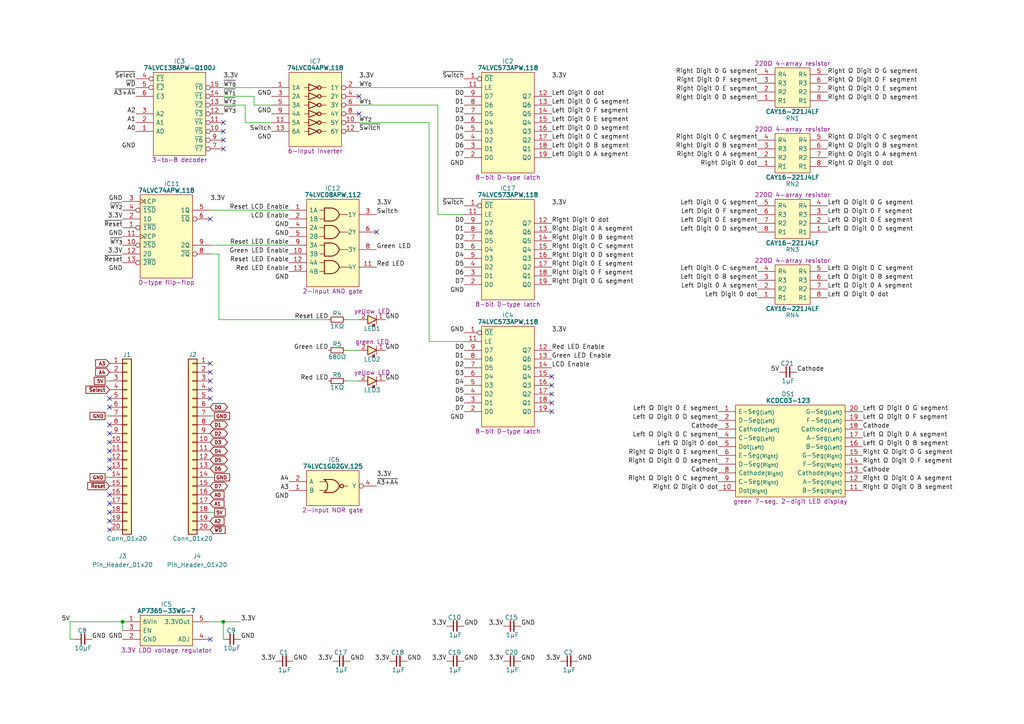
<source format=kicad_sch>
(kicad_sch (version 20250114) (generator "eeschema") (generator_version "9.0")
  (paper "A4")
  (title_block (title "Status Device") (date "2025-01-09") (rev "V0"))
  (lib_symbols
    (symbol "Bourns:CAY16-221J4LF" (pin_names (offset 0.762))
      (property "Reference" "RN" (at 10.16 5.08 0))
      (property "Value" "CAY16-221J4LF" (at 10.16 3.175 0))
      (property "Description" "220Ω 4-array resistor" (at 10.16 -10.795 0))
      (symbol "CAY16-221J4LF_0_0"
        (pin passive line (at 0 0 0) (length 5.08) (name "R1") (number "1"))
        (pin passive line (at 0 -2.54 0) (length 5.08) (name "R2") (number "2"))
        (pin passive line (at 0 -5.08 0) (length 5.08) (name "R3") (number "3"))
        (pin passive line (at 0 -7.62 0) (length 5.08) (name "R4") (number "4"))
        (pin passive line (at 20.32 0 180) (length 5.08) (name "R1") (number "8"))
        (pin passive line (at 20.32 -2.54 180) (length 5.08) (name "R2") (number "7"))
        (pin passive line (at 20.32 -5.08 180) (length 5.08) (name "R3") (number "6"))
        (pin passive line (at 20.32 -7.62 180) (length 5.08) (name "R4") (number "5"))
      )
    )
    (symbol "Connector_Generic:Conn_01x20" (pin_names (offset 1.016) (hide yes))
      (property "Reference" "J" (at 0 25.4 0))
      (property "Value" "Conn_01x20" (at 0 -27.94 0))
      (symbol "Conn_01x20_1_1"
        (pin passive line (at -5.08 22.86 0) (length 3.81) (name "Pin_1") (number "1"))
        (pin passive line (at -5.08 20.32 0) (length 3.81) (name "Pin_2") (number "2"))
        (pin passive line (at -5.08 17.78 0) (length 3.81) (name "Pin_3") (number "3"))
        (pin passive line (at -5.08 15.24 0) (length 3.81) (name "Pin_4") (number "4"))
        (pin passive line (at -5.08 12.7 0) (length 3.81) (name "Pin_5") (number "5"))
        (pin passive line (at -5.08 10.16 0) (length 3.81) (name "Pin_6") (number "6"))
        (pin passive line (at -5.08 7.62 0) (length 3.81) (name "Pin_7") (number "7"))
        (pin passive line (at -5.08 5.08 0) (length 3.81) (name "Pin_8") (number "8"))
        (pin passive line (at -5.08 2.54 0) (length 3.81) (name "Pin_9") (number "9"))
        (pin passive line (at -5.08 0 0) (length 3.81) (name "Pin_10") (number "10"))
        (pin passive line (at -5.08 -2.54 0) (length 3.81) (name "Pin_11") (number "11"))
        (pin passive line (at -5.08 -5.08 0) (length 3.81) (name "Pin_12") (number "12"))
        (pin passive line (at -5.08 -7.62 0) (length 3.81) (name "Pin_13") (number "13"))
        (pin passive line (at -5.08 -10.16 0) (length 3.81) (name "Pin_14") (number "14"))
        (pin passive line (at -5.08 -12.7 0) (length 3.81) (name "Pin_15") (number "15"))
        (pin passive line (at -5.08 -15.24 0) (length 3.81) (name "Pin_16") (number "16"))
        (pin passive line (at -5.08 -17.78 0) (length 3.81) (name "Pin_17") (number "17"))
        (pin passive line (at -5.08 -20.32 0) (length 3.81) (name "Pin_18") (number "18"))
        (pin passive line (at -5.08 -22.86 0) (length 3.81) (name "Pin_19") (number "19"))
        (pin passive line (at -5.08 -25.4 0) (length 3.81) (name "Pin_20") (number "20"))
      )
    )
    (symbol "Diodes_Inc:AP7365-33WG-7" (pin_names (offset 0.762))
      (property "Reference" "IC" (at 12.7 5.08 0))
      (property "Value" "AP7365-33WG-7" (at 12.7 3.175 0))
      (property "Description" "3.3V LDO voltage regulator" (at 12.7 -8.255 0))
      (symbol "AP7365-33WG-7_0_0"
        (pin input line (at 0 -2.54 0) (length 5.08) (name "EN") (number "3"))
        (pin passive line (at 0 -5.08 0) (length 5.08) (name "GND") (number "2"))
        (pin passive line (at 25.4 -5.08 180) (length 5.08) (name "ADJ") (number "4"))
      )
      (symbol "AP7365-33WG-7_1_0"
        (pin passive line (at 0 0 0) (length 5.08) (name "6VIn") (number "1"))
        (pin passive line (at 25.4 0 180) (length 5.08) (name "3.3VOut") (number "5"))
      )
    )
    (symbol "HCP65:C_0805" (pin_numbers (hide yes)) (pin_names (offset 0.254) (hide yes))
      (property "Reference" "C" (at 2.286 2.54 0))
      (property "Value" "?μF" (at 2.54 -2.54 0))
      (symbol "C_0805_1_1"
        (pin passive line (at 0 0 0) (length 2.032) (name "~") (number "1"))
        (pin passive line (at 5.08 0 180) (length 2.032) (name "~") (number "2"))
      )
    )
    (symbol "HCP65:Pin_Header_01x32" (pin_names (offset 1.016) (hide yes))
      (property "Reference" "J" (at 0 1.27 0))
      (property "Value" "Pin_Header_01x32" (at 0 -1.27 0))
    )
    (symbol "HCP65:R_0805" (pin_numbers (hide yes)) (pin_names (hide yes))
      (property "Reference" "R" (at 2.54 1.778 0))
      (property "Value" "?Ω" (at 2.54 -1.905 0))
      (symbol "R_0805_1_1"
        (pin passive line (at 0 0 0) (length 0.72) (name "~") (number "1"))
        (pin passive line (at 5.08 0 180) (length 0.72) (name "~") (number "2"))
      )
    )
    (symbol "Kingbright:KCDC03-123" (pin_names (offset 0.762))
      (property "Reference" "DS" (at 20.32 5.08 0))
      (property "Value" "KCDC03-123" (at 20.32 3.175 0))
      (property "Description" "green 7-seg, 2-digit LED display" (at 20.955 -26.035 0))
      (symbol "KCDC03-123_0_0"
        (pin input line (at 0 0 0) (length 5.08) (name "E-Seg_{(Left)}") (number "1"))
        (pin input line (at 0 -2.54 0) (length 5.08) (name "D-Seg_{(Left)}") (number "2"))
        (pin passive line (at 0 -5.08 0) (length 5.08) (name "Cathode_{(Left)}") (number "3"))
        (pin input line (at 0 -7.62 0) (length 5.08) (name "C-Seg_{(Left)}") (number "4"))
        (pin input line (at 0 -10.16 0) (length 5.08) (name "Dot_{(Left)}") (number "5"))
        (pin input line (at 0 -12.7 0) (length 5.08) (name "E-Seg_{(Right)}") (number "6"))
        (pin input line (at 0 -15.24 0) (length 5.08) (name "D-Seg_{(Right)}") (number "7"))
        (pin passive line (at 0 -17.78 0) (length 5.08) (name "Cathode_{(Right)}") (number "8"))
        (pin input line (at 0 -20.32 0) (length 5.08) (name "C-Seg_{(Right)}") (number "9"))
        (pin input line (at 0 -22.86 0) (length 5.08) (name "Dot_{(Right)}") (number "10"))
        (pin input line (at 41.91 0 180) (length 5.08) (name "G-Seg_{(Left)}") (number "20"))
        (pin input line (at 41.91 -2.54 180) (length 5.08) (name "F-Seg_{(Left)}") (number "19"))
        (pin passive line (at 41.91 -5.08 180) (length 5.08) (name "Cathode_{(Left)}") (number "18"))
        (pin input line (at 41.91 -7.62 180) (length 5.08) (name "A-Seg_{(Left)}") (number "17"))
        (pin input line (at 41.91 -10.16 180) (length 5.08) (name "B-Seg_{(Left)}") (number "16"))
        (pin input line (at 41.91 -12.7 180) (length 5.08) (name "G-Seg_{(Right)}") (number "15"))
        (pin input line (at 41.91 -15.24 180) (length 5.08) (name "F-Seg_{(Right)}") (number "14"))
        (pin passive line (at 41.91 -17.78 180) (length 5.08) (name "Cathode_{(Right)}") (number "13"))
        (pin input line (at 41.91 -20.32 180) (length 5.08) (name "A-Seg_{(Right)}") (number "12"))
        (pin input line (at 41.91 -22.86 180) (length 5.08) (name "B-Seg_{(Right)}") (number "11"))
      )
    )
    (symbol "Nexperia:74LVC04APW,118" (pin_names (offset 0.762))
      (property "Reference" "IC" (at 12.7 7.62 0))
      (property "Value" "74LVC04APW,118" (at 12.7 5.715 0))
      (property "Description" "6-input inverter" (at 12.7 -18.415 0))
      (symbol "74LVC04APW,118_0_0"
        (pin input line (at 0 0 0) (length 5.08) (name "1A") (number "1"))
        (pin input line (at 0 -2.54 0) (length 5.08) (name "2A") (number "3"))
        (pin input line (at 0 -5.08 0) (length 5.08) (name "3A") (number "5"))
        (pin input line (at 0 -7.62 0) (length 5.08) (name "4A") (number "9"))
        (pin input line (at 0 -10.16 0) (length 5.08) (name "5A") (number "11"))
        (pin input line (at 0 -12.7 0) (length 5.08) (name "6A") (number "13"))
        (pin passive line (at 0 -15.24 0) (length 5.08) (hide yes) (name "GND") (number "7"))
        (pin passive line (at 25.4 2.54 180) (length 5.08) (hide yes) (name "3V") (number "14"))
        (pin output inverted (at 25.4 0 180) (length 5.08) (name "1Y") (number "2"))
        (pin output inverted (at 25.4 -2.54 180) (length 5.08) (name "2Y") (number "4"))
        (pin output inverted (at 25.4 -5.08 180) (length 5.08) (name "3Y") (number "6"))
        (pin output inverted (at 25.4 -7.62 180) (length 5.08) (name "4Y") (number "8"))
        (pin output inverted (at 25.4 -10.16 180) (length 5.08) (name "5Y") (number "10"))
        (pin output inverted (at 25.4 -12.7 180) (length 5.08) (name "6Y") (number "12"))
      )
    )
    (symbol "Nexperia:74LVC08APW,112" (pin_names (offset 0.762))
      (property "Reference" "IC" (at 12.7 6.35 0))
      (property "Value" "74LVC08APW,112" (at 12.7 4.445 0))
      (property "Description" "2-input AND gate" (at 12.7 -23.495 0))
      (symbol "74LVC08APW,112_0_0"
        (pin input line (at 0 0 0) (length 5.08) (name "1A") (number "1"))
        (pin input line (at 0 -2.54 0) (length 5.08) (name "1B") (number "2"))
        (pin input line (at 0 -5.08 0) (length 5.08) (name "2A") (number "4"))
        (pin input line (at 0 -7.62 0) (length 5.08) (name "2B") (number "5"))
        (pin input line (at 0 -10.16 0) (length 5.08) (name "3A") (number "9"))
        (pin input line (at 0 -12.7 0) (length 5.08) (name "3B") (number "10"))
        (pin input line (at 0 -15.24 0) (length 5.08) (name "4A") (number "12"))
        (pin input line (at 0 -17.78 0) (length 5.08) (name "4B") (number "13"))
        (pin passive line (at 0 -20.32 0) (length 5.08) (hide yes) (name "GND") (number "7"))
        (pin passive line (at 25.4 1.27 180) (length 5.08) (hide yes) (name "3V") (number "14"))
        (pin passive line (at 25.4 -1.27 180) (length 5.08) (name "1Y") (number "3"))
        (pin output line (at 25.4 -6.35 180) (length 5.08) (name "2Y") (number "6"))
        (pin output line (at 25.4 -11.43 180) (length 5.08) (name "3Y") (number "8"))
        (pin output line (at 25.4 -16.51 180) (length 5.08) (name "4Y") (number "11"))
      )
    )
    (symbol "Nexperia:74LVC138APW-Q100J" (pin_names (offset 0.762))
      (property "Reference" "IC" (at 12.7 3.175 0))
      (property "Value" "74LVC138APW-Q100J" (at 12.7 1.27 0))
      (property "Description" "3-to-8 decoder" (at 12.7 -25.4 0))
      (symbol "74LVC138APW-Q100J_0_0"
        (pin input line (at 0 -6.985 0) (length 5.08) (name "E3") (number "6"))
        (pin input line (at 0 -12.065 0) (length 5.08) (name "A2") (number "3"))
        (pin input line (at 0 -14.605 0) (length 5.08) (name "A1") (number "2"))
        (pin input line (at 0 -17.145 0) (length 5.08) (name "A0") (number "1"))
        (pin passive line (at 0 -22.225 0) (length 5.08) (hide yes) (name "GND") (number "8"))
        (pin passive line (at 25.4 -1.905 180) (length 5.08) (hide yes) (name "3V") (number "16"))
        (pin output inverted (at 25.4 -4.445 180) (length 5.08) (name "~{Y0}") (number "15"))
        (pin output inverted (at 25.4 -6.985 180) (length 5.08) (name "~{Y1}") (number "14"))
        (pin output inverted (at 25.4 -9.525 180) (length 5.08) (name "~{Y2}") (number "13"))
        (pin output inverted (at 25.4 -12.065 180) (length 5.08) (name "~{Y3}") (number "12"))
        (pin output inverted (at 25.4 -14.605 180) (length 5.08) (name "~{Y4}") (number "11"))
        (pin output inverted (at 25.4 -17.145 180) (length 5.08) (name "~{Y5}") (number "10"))
        (pin output inverted (at 25.4 -19.685 180) (length 5.08) (name "~{Y6}") (number "9"))
        (pin output inverted (at 25.4 -22.225 180) (length 5.08) (name "~{Y7}") (number "7"))
      )
      (symbol "74LVC138APW-Q100J_1_0"
        (pin input inverted (at 0 -1.905 0) (length 5.08) (name "~{E1}") (number "4"))
        (pin input inverted (at 0 -4.445 0) (length 5.08) (name "~{E2}") (number "5"))
      )
    )
    (symbol "Nexperia:74LVC1G02GV,125" (pin_names (offset 0.762))
      (property "Reference" "IC" (at 11.43 6.35 0))
      (property "Value" "74LVC1G02GV,125" (at 3.81 4.445 0))
      (property "Description" "2-input NOR gate" (at 3.81 -8.255 0))
      (symbol "74LVC1G02GV,125_0_0"
        (pin input line (at 0 0 0) (length 5.08) (name "A") (number "2"))
        (pin input line (at 0 -2.54 0) (length 5.08) (name "B") (number "1"))
        (pin passive line (at 0 -5.08 0) (length 5.08) (hide yes) (name "GND") (number "3"))
        (pin passive line (at 25.4 1.27 180) (length 5.08) (hide yes) (name "3V") (number "5"))
        (pin output inverted (at 25.4 -1.27 180) (length 5.08) (name "Y") (number "4"))
      )
    )
    (symbol "Nexperia:74LVC573APW,118" (pin_names (offset 0.762))
      (property "Reference" "IC" (at 12.7 5.08 0))
      (property "Value" "74LVC573APW,118" (at 12.7 3.175 0))
      (property "Description" "8-bit D-type latch" (at 12.7 -28.575 0))
      (symbol "74LVC573APW,118_0_0"
        (pin input inverted (at 0 0 0) (length 5.08) (name "~{OE}") (number "1"))
        (pin input line (at 0 -2.54 0) (length 5.08) (name "LE") (number "11"))
        (pin input line (at 0 -5.08 0) (length 5.08) (name "D7") (number "9"))
        (pin input line (at 0 -7.62 0) (length 5.08) (name "D6") (number "8"))
        (pin input line (at 0 -10.16 0) (length 5.08) (name "D5") (number "7"))
        (pin input line (at 0 -12.7 0) (length 5.08) (name "D4") (number "6"))
        (pin input line (at 0 -15.24 0) (length 5.08) (name "D3") (number "5"))
        (pin input line (at 0 -17.78 0) (length 5.08) (name "D2") (number "4"))
        (pin input line (at 0 -20.32 0) (length 5.08) (name "D1") (number "3"))
        (pin input line (at 0 -22.86 0) (length 5.08) (name "D0") (number "2"))
        (pin passive line (at 0 -25.4 0) (length 5.08) (hide yes) (name "GND") (number "10"))
        (pin passive line (at 25.4 0 180) (length 5.08) (hide yes) (name "3V") (number "20"))
        (pin tri_state line (at 25.4 -5.08 180) (length 5.08) (name "Q7") (number "12"))
        (pin tri_state line (at 25.4 -7.62 180) (length 5.08) (name "Q6") (number "13"))
        (pin tri_state line (at 25.4 -10.16 180) (length 5.08) (name "Q5") (number "14"))
        (pin tri_state line (at 25.4 -12.7 180) (length 5.08) (name "Q4") (number "15"))
        (pin tri_state line (at 25.4 -15.24 180) (length 5.08) (name "Q3") (number "16"))
        (pin tri_state line (at 25.4 -17.78 180) (length 5.08) (name "Q2") (number "17"))
        (pin tri_state line (at 25.4 -20.32 180) (length 5.08) (name "Q1") (number "18"))
        (pin tri_state line (at 25.4 -22.86 180) (length 5.08) (name "Q0") (number "19"))
      )
    )
    (symbol "Nexperia:74LVC74APW,118" (pin_names (offset 0.762))
      (property "Reference" "IC" (at 12.065 5.08 0))
      (property "Value" "74LVC74APW,118" (at 12.7 3.175 0))
      (property "Description" "D-type flip-flop" (at 12.7 -23.495 0))
      (symbol "74LVC74APW,118_0_0"
        (pin input clock (at 0 0 0) (length 5.08) (name "1CP") (number "3"))
        (pin input inverted (at 0 -2.54 0) (length 5.08) (name "~{1SD}") (number "4"))
        (pin input line (at 0 -5.08 0) (length 5.08) (name "1D") (number "2"))
        (pin input inverted (at 0 -7.62 0) (length 5.08) (name "~{1RD}") (number "1"))
        (pin input clock (at 0 -10.16 0) (length 5.08) (name "2CP") (number "11"))
        (pin input inverted (at 0 -12.7 0) (length 5.08) (name "~{2SD}") (number "10"))
        (pin input line (at 0 -15.24 0) (length 5.08) (name "2D") (number "12"))
        (pin input inverted (at 0 -17.78 0) (length 5.08) (name "~{2RD}") (number "13"))
        (pin passive line (at 0 -20.32 0) (length 5.08) (hide yes) (name "GND") (number "7"))
        (pin passive line (at 25.4 0 180) (length 5.08) (hide yes) (name "3V") (number "14"))
        (pin output line (at 25.4 -2.54 180) (length 5.08) (name "1Q") (number "5"))
        (pin output inverted (at 25.4 -5.08 180) (length 5.08) (name "~{1Q}") (number "6"))
        (pin output line (at 25.4 -12.7 180) (length 5.08) (name "2Q") (number "9"))
        (pin output inverted (at 25.4 -15.24 180) (length 5.08) (name "~{2Q}") (number "8"))
      )
    )
    (symbol "Wurth_Elektronik:150224VS73100A" (pin_names (offset 0.762))
      (property "Reference" "LED" (at 0 1.905 0))
      (property "Description" "green LED" (at 0 -3.175 0))
      (symbol "150224VS73100A_0_0"
        (pin passive line (at -3.81 0 0) (length 2.54) (name "") (number "1"))
        (pin passive line (at 3.81 0 180) (length 2.54) (name "~") (number "2"))
      )
    )
    (symbol "Wurth_Elektronik:150224YS73100A" (pin_names (offset 0.762))
      (property "Reference" "LED" (at 0 1.905 0))
      (property "Description" "yellow LED" (at 0 -3.175 0))
      (symbol "150224YS73100A_0_0"
        (pin passive line (at -3.81 0 0) (length 2.54) (name "~") (number "1"))
        (pin passive line (at 3.81 0 180) (length 2.54) (name "~") (number "2"))
      )
    )
  )
  (junction (at 35.56 180.34))
  (junction (at 64.77 180.34))
  (no_connect (at 31.75 115.57))
  (no_connect (at 31.75 143.51))
  (no_connect (at 64.77 40.64))
  (no_connect (at 31.75 146.05))
  (no_connect (at 60.96 105.41))
  (no_connect (at 160.02 109.22))
  (no_connect (at 60.96 185.42))
  (no_connect (at 60.96 113.03))
  (no_connect (at 104.14 33.02))
  (no_connect (at 64.77 35.56))
  (no_connect (at 31.75 151.13))
  (no_connect (at 109.22 67.31))
  (no_connect (at 31.75 135.89))
  (no_connect (at 31.75 133.35))
  (no_connect (at 31.75 118.11))
  (no_connect (at 31.75 128.27))
  (no_connect (at 160.02 114.3))
  (no_connect (at 160.02 111.76))
  (no_connect (at 31.75 123.19))
  (no_connect (at 31.75 125.73))
  (no_connect (at 60.96 63.5))
  (no_connect (at 60.96 110.49))
  (no_connect (at 60.96 115.57))
  (no_connect (at 60.96 107.95))
  (no_connect (at 31.75 153.67))
  (no_connect (at 160.02 116.84))
  (no_connect (at 31.75 148.59))
  (no_connect (at 31.75 130.81))
  (no_connect (at 160.02 119.38))
  (no_connect (at 64.77 38.1))
  (no_connect (at 64.77 43.18))
  (no_connect (at 104.14 27.94))
  (wire (pts (xy 30.48 110.49) (xy 31.75 110.49)))
  (wire (pts (xy 100.33 92.71) (xy 104.14 92.71)))
  (wire (pts (xy 73.66 27.94) (xy 73.66 30.48)))
  (wire (pts (xy 100.33 101.6) (xy 104.14 101.6)))
  (wire (pts (xy 127 62.23) (xy 134.62 62.23)))
  (wire (pts (xy 63.5 73.66) (xy 63.5 92.71)))
  (wire (pts (xy 64.77 30.48) (xy 71.12 30.48)))
  (wire (pts (xy 64.77 185.42) (xy 64.77 180.34)))
  (wire (pts (xy 100.33 110.49) (xy 104.14 110.49)))
  (wire (pts (xy 64.77 27.94) (xy 73.66 27.94)))
  (wire (pts (xy 104.14 35.56) (xy 124.46 35.56)))
  (wire (pts (xy 20.32 180.34) (xy 35.56 180.34)))
  (wire (pts (xy 30.48 120.65) (xy 31.75 120.65)))
  (wire (pts (xy 60.96 73.66) (xy 63.5 73.66)))
  (wire (pts (xy 35.56 180.34) (xy 35.56 182.88)))
  (wire (pts (xy 64.77 25.4) (xy 78.74 25.4)))
  (wire (pts (xy 71.12 35.56) (xy 78.74 35.56)))
  (wire (pts (xy 104.14 25.4) (xy 134.62 25.4)))
  (wire (pts (xy 60.96 71.12) (xy 83.82 71.12)))
  (wire (pts (xy 60.96 180.34) (xy 64.77 180.34)))
  (wire (pts (xy 60.96 120.65) (xy 62.23 120.65)))
  (wire (pts (xy 20.32 180.34) (xy 20.32 185.42)))
  (wire (pts (xy 71.12 30.48) (xy 71.12 35.56)))
  (wire (pts (xy 124.46 99.06) (xy 134.62 99.06)))
  (wire (pts (xy 60.96 60.96) (xy 83.82 60.96)))
  (wire (pts (xy 124.46 35.56) (xy 124.46 99.06)))
  (wire (pts (xy 104.14 30.48) (xy 127 30.48)))
  (wire (pts (xy 62.23 148.59) (xy 60.96 148.59)))
  (wire (pts (xy 63.5 92.71) (xy 95.25 92.71)))
  (wire (pts (xy 30.48 138.43) (xy 31.75 138.43)))
  (wire (pts (xy 73.66 30.48) (xy 78.74 30.48)))
  (wire (pts (xy 20.32 185.42) (xy 21.59 185.42)))
  (wire (pts (xy 60.96 138.43) (xy 62.23 138.43)))
  (wire (pts (xy 127 30.48) (xy 127 62.23)))
  (wire (pts (xy 64.77 180.34) (xy 69.85 180.34)))
  (label "Right Digit 0 D segment" (at 160.02 74.93 0))
  (label "Left Digit 0 B segment" (at 219.71 81.28 180))
  (label "WY_{0}" (at 104.14 25.4 0))
  (label "D5" (at 134.62 114.3 180))
  (label "GND" (at 39.37 43.18 180))
  (label "Left Ω Digit 0 dot" (at 240.03 86.36 0))
  (label "3.3V" (at 162.56 191.77 180))
  (label "GND" (at 118.11 191.77 0))
  (label "Right Digit 0 F segment" (at 219.71 24.13 180))
  (label "A0" (at 39.37 38.1 180))
  (label "Right Ω Digit 0 dot" (at 208.28 142.24 180))
  (label "Green LED" (at 109.22 72.39 0))
  (label "Left Digit 0 dot" (at 160.02 27.94 0))
  (label "Left Ω Digit 0 C segment" (at 240.03 78.74 0))
  (label "Green LED Enable" (at 83.82 73.66 180))
  (label "Cathode" (at 208.28 137.16 180))
  (label "GND" (at 134.62 191.77 0))
  (label "D6" (at 134.62 43.18 180))
  (label "GND" (at 151.13 181.61 0))
  (label "D1" (at 134.62 104.14 180))
  (label "GND" (at 69.85 185.42 0))
  (label "LCD Enable" (at 160.02 106.68 0))
  (label "GND" (at 35.56 68.58 180))
  (label "Right Ω Digit 0 E segment" (at 208.28 132.08 180))
  (label "Left Digit 0 dot" (at 219.71 86.36 180))
  (label "Left Digit 0 E segment" (at 219.71 64.77 180))
  (label "Right Ω Digit 0 A segment" (at 240.03 45.72 0))
  (label "D2" (at 134.62 69.85 180))
  (label "GND" (at 111.76 110.49 0))
  (label "A3" (at 83.82 142.24 180))
  (label "Reset LCD Enable" (at 83.82 60.96 180))
  (label "D3" (at 134.62 72.39 180))
  (label "3.3V" (at 129.54 181.61 180))
  (label "D7" (at 134.62 82.55 180))
  (label "Left Ω Digit 0 G segment" (at 240.03 59.69 0))
  (label "GND" (at 134.62 48.26 180))
  (label "Right Digit 0 G segment" (at 160.02 82.55 0))
  (label "LCD Enable" (at 83.82 63.5 180))
  (label "Red LED Enable" (at 160.02 101.6 0))
  (label "Switch" (at 78.74 38.1 180))
  (label "Switch" (at 109.22 62.23 0))
  (label "GND" (at 78.74 33.02 180))
  (label "WY_{2}" (at 104.14 35.56 0))
  (label "GND" (at 26.67 185.42 0))
  (label "D2" (at 134.62 33.02 180))
  (label "5V" (at 20.32 180.34 180))
  (label "D4" (at 134.62 74.93 180))
  (label "Right Digit 0 G segment" (at 219.71 21.59 180))
  (label "~{Reset}" (at 35.56 76.2 180))
  (label "3.3V" (at 160.02 96.52 0))
  (label "GND" (at 111.76 101.6 0))
  (label "GND" (at 78.74 40.64 180))
  (label "3.3V" (at 64.77 22.86 0))
  (label "3.3V" (at 35.56 73.66 180))
  (label "3.3V" (at 146.05 181.61 180))
  (label "GND" (at 134.62 181.61 0))
  (label "Right Ω Digit 0 F segment" (at 240.03 24.13 0))
  (label "Reset LED Enable" (at 83.82 71.12 180))
  (label "D0" (at 134.62 101.6 180))
  (label "Right Ω Digit 0 G segment" (at 250.19 132.08 0))
  (label "GND" (at 167.64 191.77 0))
  (label "GND" (at 35.56 185.42 180))
  (label "3.3V" (at 160.02 59.69 0))
  (label "~{Reset}" (at 35.56 66.04 180))
  (label "Right Ω Digit 0 dot" (at 240.03 48.26 0))
  (label "Right Digit 0 A segment" (at 160.02 67.31 0))
  (label "Right Ω Digit 0 G segment" (at 240.03 21.59 0))
  (label "Right Ω Digit 0 E segment" (at 240.03 26.67 0))
  (label "Left Digit 0 F segment" (at 160.02 33.02 0))
  (label "A1" (at 39.37 35.56 180))
  (label "GND" (at 134.62 85.09 180))
  (label "D1" (at 134.62 30.48 180))
  (label "Left Digit 0 G segment" (at 219.71 59.69 180))
  (label "Right Digit 0 B segment" (at 219.71 43.18 180))
  (label "D7" (at 134.62 45.72 180))
  (label "Left Ω Digit 0 G segment" (at 250.19 119.38 0))
  (label "~{A3+A4}" (at 39.37 27.94 180))
  (label "Left Ω Digit 0 B segment" (at 250.19 129.54 0))
  (label "Left Ω Digit 0 A segment" (at 240.03 83.82 0))
  (label "Left Digit 0 C segment" (at 160.02 40.64 0))
  (label "Left Digit 0 D segment" (at 219.71 67.31 180))
  (label "GND" (at 101.6 191.77 0))
  (label "Left Digit 0 A segment" (at 160.02 45.72 0))
  (label "Right Digit 0 C segment" (at 160.02 72.39 0))
  (label "Right Ω Digit 0 F segment" (at 250.19 134.62 0))
  (label "Green LED" (at 95.25 101.6 180))
  (label "Left Ω Digit 0 E segment" (at 208.28 119.38 180))
  (label "D4" (at 134.62 111.76 180))
  (label "Left Ω Digit 0 C segment" (at 208.28 127 180))
  (label "D4" (at 134.62 38.1 180))
  (label "3.3V" (at 35.56 63.5 180))
  (label "A2" (at 39.37 33.02 180))
  (label "3.3V" (at 60.96 58.42 0))
  (label "Left Digit 0 D segment" (at 160.02 38.1 0))
  (label "Right Digit 0 A segment" (at 219.71 45.72 180))
  (label "3.3V" (at 160.02 22.86 0))
  (label "Left Digit 0 E segment" (at 160.02 35.56 0))
  (label "D5" (at 134.62 40.64 180))
  (label "Left Digit 0 G segment" (at 160.02 30.48 0))
  (label "3.3V" (at 104.14 22.86 0))
  (label "~{A3+A4}" (at 109.22 140.97 0))
  (label "Right Ω Digit 0 C segment" (at 240.03 40.64 0))
  (label "Right Digit 0 dot" (at 160.02 64.77 0))
  (label "3.3V" (at 146.05 191.77 180))
  (label "GND" (at 134.62 96.52 180))
  (label "~{WY_{0}}" (at 64.77 25.4 0))
  (label "D0" (at 134.62 27.94 180))
  (label "~{WD}" (at 39.37 25.4 180))
  (label "Left Digit 0 F segment" (at 219.71 62.23 180))
  (label "GND" (at 151.13 191.77 0))
  (label "Red LED" (at 95.25 110.49 180))
  (label "Red LED Enable" (at 83.82 78.74 180))
  (label "GND" (at 134.62 121.92 180))
  (label "Right Digit 0 D segment" (at 219.71 29.21 180))
  (label "Left Ω Digit 0 A segment" (at 250.19 127 0))
  (label "Left Ω Digit 0 D segment" (at 240.03 67.31 0))
  (label "GND" (at 35.56 58.42 180))
  (label "3.3V" (at 69.85 180.34 0))
  (label "D3" (at 134.62 109.22 180))
  (label "Right Digit 0 F segment" (at 160.02 80.01 0))
  (label "D1" (at 134.62 67.31 180))
  (label "Left Ω Digit 0 D segment" (at 208.28 121.92 180))
  (label "GND" (at 83.82 144.78 180))
  (label "~{WY_{2}}" (at 35.56 60.96 180))
  (label "~{Switch}" (at 134.62 59.69 180))
  (label "Right Ω Digit 0 A segment" (at 250.19 139.7 0))
  (label "Right Digit 0 dot" (at 219.71 48.26 180))
  (label "5V" (at 226.06 107.95 180))
  (label "Cathode" (at 250.19 124.46 0))
  (label "Right Ω Digit 0 C segment" (at 208.28 139.7 180))
  (label "~{WY_{2}}" (at 64.77 30.48 0))
  (label "Left Digit 0 A segment" (at 219.71 83.82 180))
  (label "D7" (at 134.62 119.38 180))
  (label "3.3V" (at 113.03 191.77 180))
  (label "Reset LED" (at 95.25 92.71 180))
  (label "3.3V" (at 96.52 191.77 180))
  (label "Left Digit 0 C segment" (at 219.71 78.74 180))
  (label "Cathode" (at 208.28 124.46 180))
  (label "3.3V" (at 109.22 59.69 0))
  (label "~{Switch}" (at 104.14 38.1 0))
  (label "Left Digit 0 B segment" (at 160.02 43.18 0))
  (label "Right Ω Digit 0 B segment" (at 240.03 43.18 0))
  (label "3.3V" (at 80.01 191.77 180))
  (label "3.3V" (at 109.22 138.43 0))
  (label "Reset LED Enable" (at 83.82 76.2 180))
  (label "GND" (at 35.56 78.74 180))
  (label "D6" (at 134.62 116.84 180))
  (label "~{WY_{3}}" (at 64.77 33.02 0))
  (label "D6" (at 134.62 80.01 180))
  (label "D3" (at 134.62 35.56 180))
  (label "Left Ω Digit 0 B segment" (at 240.03 81.28 0))
  (label "D5" (at 134.62 77.47 180))
  (label "Red LED" (at 109.22 77.47 0))
  (label "Right Digit 0 C segment" (at 219.71 40.64 180))
  (label "GND" (at 83.82 68.58 180))
  (label "Cathode" (at 250.19 137.16 0))
  (label "GND" (at 111.76 92.71 0))
  (label "Right Digit 0 B segment" (at 160.02 69.85 0))
  (label "Left Ω Digit 0 F segment" (at 250.19 121.92 0))
  (label "GND" (at 83.82 66.04 180))
  (label "Right Ω Digit 0 B segment" (at 250.19 142.24 0))
  (label "3.3V" (at 129.54 191.77 180))
  (label "~{WY_{3}}" (at 35.56 71.12 180))
  (label "Left Ω Digit 0 dot" (at 208.28 129.54 180))
  (label "GND" (at 83.82 81.28 180))
  (label "Right Digit 0 E segment" (at 160.02 77.47 0))
  (label "D2" (at 134.62 106.68 180))
  (label "~{Switch}" (at 134.62 22.86 180))
  (label "~{Select}" (at 39.37 22.86 180))
  (label "Green LED Enable" (at 160.02 104.14 0))
  (label "Right Ω Digit 0 D segment" (at 208.28 134.62 180))
  (label "GND" (at 78.74 27.94 180))
  (label "Left Ω Digit 0 F segment" (at 240.03 62.23 0))
  (label "~{WY_{1}}" (at 64.77 27.94 0))
  (label "D0" (at 134.62 64.77 180))
  (label "GND" (at 85.09 191.77 0))
  (label "A4" (at 83.82 139.7 180))
  (label "Left Ω Digit 0 E segment" (at 240.03 64.77 0))
  (label "Cathode" (at 231.14 107.95 0))
  (label "Right Digit 0 E segment" (at 219.71 26.67 180))
  (label "Right Ω Digit 0 D segment" (at 240.03 29.21 0))
  (label "WY_{1}" (at 104.14 30.48 0))
  (global_label "GND" (shape passive) (at 30.48 120.65 180) (effects (font (size 1 1) (thickness 0.2) (bold yes))) (property "Intersheetrefs" "${INTERSHEET_REFS}" (effects (hide yes))))
  (global_label "~{Select}" (shape input) (at 31.75 113.03 180) (effects (font (size 1 1) (thickness 0.2) (bold yes))) (property "Intersheetrefs" "${INTERSHEET_REFS}" (effects (hide yes))))
  (global_label "A2" (shape input) (at 60.96 151.13 0) (effects (font (size 1 1) (thickness 0.2) (bold yes))) (property "Intersheetrefs" "${INTERSHEET_REFS}" (effects (hide yes))))
  (global_label "GND" (shape passive) (at 62.23 138.43 0) (effects (font (size 1 1) (thickness 0.2) (bold yes))) (property "Intersheetrefs" "${INTERSHEET_REFS}" (effects (hide yes))))
  (global_label "~{Reset}" (shape input) (at 31.75 140.97 180) (effects (font (size 1 1) (thickness 0.2) (bold yes))) (property "Intersheetrefs" "${INTERSHEET_REFS}" (effects (hide yes))))
  (global_label "D6" (shape tri_state) (at 60.96 135.89 0) (effects (font (size 1 1) (thickness 0.2) (bold yes))) (property "Intersheetrefs" "${INTERSHEET_REFS}" (effects (hide yes))))
  (global_label "A1" (shape input) (at 60.96 146.05 0) (effects (font (size 1 1) (thickness 0.2) (bold yes))) (property "Intersheetrefs" "${INTERSHEET_REFS}" (effects (hide yes))))
  (global_label "~{WD}" (shape input) (at 60.96 153.67 0) (effects (font (size 1 1) (thickness 0.2) (bold yes))) (property "Intersheetrefs" "${INTERSHEET_REFS}" (effects (hide yes))))
  (global_label "5V" (shape passive) (at 62.23 148.59 0) (effects (font (size 1 1) (thickness 0.2) (bold yes))) (property "Intersheetrefs" "${INTERSHEET_REFS}" (effects (hide yes))))
  (global_label "D2" (shape tri_state) (at 60.96 125.73 0) (effects (font (size 1 1) (thickness 0.2) (bold yes))) (property "Intersheetrefs" "${INTERSHEET_REFS}" (effects (hide yes))))
  (global_label "D5" (shape tri_state) (at 60.96 133.35 0) (effects (font (size 1 1) (thickness 0.2) (bold yes))) (property "Intersheetrefs" "${INTERSHEET_REFS}" (effects (hide yes))))
  (global_label "GND" (shape passive) (at 62.23 120.65 0) (effects (font (size 1 1) (thickness 0.2) (bold yes))) (property "Intersheetrefs" "${INTERSHEET_REFS}" (effects (hide yes))))
  (global_label "D4" (shape tri_state) (at 60.96 130.81 0) (effects (font (size 1 1) (thickness 0.2) (bold yes))) (property "Intersheetrefs" "${INTERSHEET_REFS}" (effects (hide yes))))
  (global_label "D0" (shape tri_state) (at 60.96 118.11 0) (effects (font (size 1 1) (thickness 0.2) (bold yes))) (property "Intersheetrefs" "${INTERSHEET_REFS}" (effects (hide yes))))
  (global_label "A4" (shape input) (at 31.75 107.95 180) (effects (font (size 1 1) (thickness 0.2) (bold yes))) (property "Intersheetrefs" "${INTERSHEET_REFS}" (effects (hide yes))))
  (global_label "A0" (shape input) (at 60.96 143.51 0) (effects (font (size 1 1) (thickness 0.2) (bold yes))) (property "Intersheetrefs" "${INTERSHEET_REFS}" (effects (hide yes))))
  (global_label "D1" (shape tri_state) (at 60.96 123.19 0) (effects (font (size 1 1) (thickness 0.2) (bold yes))) (property "Intersheetrefs" "${INTERSHEET_REFS}" (effects (hide yes))))
  (global_label "GND" (shape passive) (at 30.48 138.43 180) (effects (font (size 1 1) (thickness 0.2) (bold yes))) (property "Intersheetrefs" "${INTERSHEET_REFS}" (effects (hide yes))))
  (global_label "A3" (shape input) (at 31.75 105.41 180) (effects (font (size 1 1) (thickness 0.2) (bold yes))) (property "Intersheetrefs" "${INTERSHEET_REFS}" (effects (hide yes))))
  (global_label "D7" (shape tri_state) (at 60.96 140.97 0) (effects (font (size 1 1) (thickness 0.2) (bold yes))) (property "Intersheetrefs" "${INTERSHEET_REFS}" (effects (hide yes))))
  (global_label "D3" (shape tri_state) (at 60.96 128.27 0) (effects (font (size 1 1) (thickness 0.2) (bold yes))) (property "Intersheetrefs" "${INTERSHEET_REFS}" (effects (hide yes))))
  (global_label "5V" (shape passive) (at 30.48 110.49 180) (effects (font (size 1 1) (thickness 0.2) (bold yes))) (property "Intersheetrefs" "${INTERSHEET_REFS}" (effects (hide yes))))
  (symbol (lib_id "Nexperia:74LVC138APW-Q100J") (at 39.37 20.955 0) (unit 1)
    (property "Reference" "IC3" (at 52.07 17.78 0))
    (property "Value" "74LVC138APW-Q100J" (at 52.07 19.685 0) (effects (font (bold yes))))
    (property "Footprint" "SamacSys_Parts:SOP65P640X110-16N" (effects (hide yes)))
    (property "Datasheet" "https://assets.nexperia.com/documents/data-sheet/74LVC138A_Q100.pdf" (effects (hide yes)))
    (property "Description" "3-to-8 decoder" (at 52.07 46.355 0))
    (property "Height" "1.1" (effects (hide yes)))
    (property "Mouser Part Number" "771-74LVC138APWQ100J" (effects (hide yes)))
    (property "Mouser Price/Stock" "https://www.mouser.co.uk/ProductDetail/Nexperia/74LVC138APW-Q100J?qs=fi7yB2oewZnXKE82xo%252BhJQ%3D%3D" (effects (hide yes)))
    (property "Manufacturer_Name" "Nexperia" (effects (hide yes)))
    (property "Manufacturer_Part_Number" "74LVC138APW-Q100J" (effects (hide yes)))
    (property "Silkscreen" "74LVC138" (effects (hide yes)))
  )
  (symbol (lib_id "Nexperia:74LVC1G02GV,125") (at 83.82 139.7 0) (unit 1)
    (property "Reference" "IC6" (at 95.25 133.35 0) (effects (justify left)))
    (property "Value" "74LVC1G02GV,125" (at 87.63 135.255 0) (effects (font (bold yes)) (justify left)))
    (property "Footprint" "SamacSys_Parts:SOT95P275X110-5N" (effects (hide yes)))
    (property "Datasheet" "https://assets.nexperia.com/documents/data-sheet/74LVC1G02.pdf" (effects (hide yes)))
    (property "Description" "2-input NOR gate" (at 87.63 147.955 0) (effects (justify left)))
    (property "Height" "1.1" (effects (hide yes)))
    (property "Manufacturer_Name" "Nexperia" (effects (hide yes)))
    (property "Manufacturer_Part_Number" "74LVC1G02GV,125" (effects (hide yes)))
    (property "Mouser Part Number" "771-LVC1G02GV125" (effects (hide yes)))
    (property "Mouser Price/Stock" "https://www.mouser.co.uk/ProductDetail/Nexperia/74LVC1G02GV125?qs=me8TqzrmIYX6GMf4PLx9gg%3D%3D" (effects (hide yes)))
    (property "Silkscreen" "'1G02" (effects (hide yes)))
  )
  (symbol (lib_id "HCP65:R_0805") (at 95.25 101.6 0) (unit 1)
    (property "Reference" "R5" (at 97.79 99.822 0))
    (property "Value" "680Ω" (at 97.79 103.505 0))
    (property "Footprint" "SamacSys_Parts:R_0805" (effects (hide yes)))
  )
  (symbol (lib_id "HCP65:C_0805") (at 113.03 191.77 0) (unit 1)
    (property "Reference" "C18" (at 115.316 189.23 0))
    (property "Value" "1μF" (at 115.57 194.31 0))
    (property "Footprint" "SamacSys_Parts:C_0805" (effects (hide yes)))
  )
  (symbol (lib_id "HCP65:Pin_Header_01x32") (at 57.15 162.56 0) (unit 1)
    (property "Reference" "J4" (at 57.15 161.29 0))
    (property "Value" "Pin_Header_01x20" (at 57.15 163.83 0))
    (property "Footprint" "SamacSys_Parts:PinHeader_1x20_P2.54mm_Vertical" (effects (hide yes)))
  )
  (symbol (lib_id "Connector_Generic:Conn_01x20") (at 55.88 128.27 0) (mirror y) (unit 1)
    (property "Reference" "J2" (at 55.88 102.87 0))
    (property "Value" "Conn_01x20" (at 55.88 156.21 0))
    (property "Footprint" "SamacSys_Parts:SIP_20_Pins" (effects (hide yes)))
    (property "Description" "Generic connector, single row, 01x20, script generated (kicad-library-utils/schlib/autogen/connector/)" (effects (hide yes)))
  )
  (symbol (lib_id "HCP65:R_0805") (at 95.25 92.71 0) (unit 1)
    (property "Reference" "R4" (at 97.79 90.932 0))
    (property "Value" "1KΩ" (at 97.79 94.615 0))
    (property "Footprint" "SamacSys_Parts:R_0805" (effects (hide yes)))
  )
  (symbol (lib_id "HCP65:C_0805") (at 226.06 107.95 0) (unit 1)
    (property "Reference" "C21" (at 228.346 105.41 0))
    (property "Value" "1µF" (at 228.6 110.49 0))
    (property "Footprint" "SamacSys_Parts:C_0805" (effects (hide yes)))
  )
  (symbol (lib_id "HCP65:Pin_Header_01x32") (at 35.56 162.56 0) (mirror y) (unit 1)
    (property "Reference" "J3" (at 35.56 161.29 0))
    (property "Value" "Pin_Header_01x20" (at 35.56 163.83 0))
    (property "Footprint" "SamacSys_Parts:PinHeader_1x20_P2.54mm_Vertical" (effects (hide yes)))
  )
  (symbol (lib_id "Kingbright:KCDC03-123") (at 208.28 119.38 0) (unit 1)
    (property "Reference" "DS1" (at 228.6 114.3 0))
    (property "Value" "KCDC03-123" (at 228.6 116.205 0) (effects (font (bold yes))))
    (property "Footprint" "SamacSys_Parts:KCDC03123" (effects (hide yes)))
    (property "Datasheet" "http://www.kingbright.com/attachments/file/psearch/000/00/20160808bak/KCDC03-123(Ver.10A).pdf" (effects (hide yes)))
    (property "Description" "green 7-seg, 2-digit LED display" (at 229.235 145.415 0))
    (property "Height" "4.1" (effects (hide yes)))
    (property "Manufacturer_Name" "Kingbright" (effects (hide yes)))
    (property "Manufacturer_Part_Number" "KCDC03-123" (effects (hide yes)))
    (property "Mouser Part Number" "N/A" (effects (hide yes)))
    (property "Mouser Price/Stock" "http://www.mouser.com/Search/ProductDetail.aspx?qs=2JU0tDl2GZ3i3Ngnh7RV3w%3d%3d" (effects (hide yes)))
    (property "Silkscreen" "KCDC03-123" (effects (hide yes)))
  )
  (symbol (lib_id "Connector_Generic:Conn_01x20") (at 36.83 128.27 0) (unit 1)
    (property "Reference" "J1" (at 36.83 102.87 0))
    (property "Value" "Conn_01x20" (at 36.83 156.21 0))
    (property "Footprint" "SamacSys_Parts:SIP_20_Pins" (effects (hide yes)))
    (property "Description" "Generic connector, single row, 01x20, script generated (kicad-library-utils/schlib/autogen/connector/)" (effects (hide yes)))
  )
  (symbol (lib_id "HCP65:C_0805") (at 96.52 191.77 0) (unit 1)
    (property "Reference" "C17" (at 98.806 189.23 0))
    (property "Value" "1μF" (at 99.06 194.31 0))
    (property "Footprint" "SamacSys_Parts:C_0805" (effects (hide yes)))
  )
  (symbol (lib_id "Bourns:CAY16-221J4LF") (at 219.71 48.26 0) (mirror x) (unit 1)
    (property "Reference" "RN2" (at 229.87 53.34 0))
    (property "Value" "CAY16-221J4LF" (at 229.87 51.435 0) (effects (font (bold yes))))
    (property "Footprint" "SamacSys_Parts:CAY16-F4" (effects (hide yes)))
    (property "Datasheet" "https://www.bourns.com/docs/Product-Datasheets/CATCAY.pdf" (effects (hide yes)))
    (property "Description" "220Ω 4-array resistor" (at 229.87 37.465 0))
    (property "Height" "0.6" (effects (hide yes)))
    (property "Manufacturer_Name" "Bourns" (effects (hide yes)))
    (property "Manufacturer_Part_Number" "CAY16-221J4LF" (effects (hide yes)))
    (property "Mouser Part Number" "652-CAY16-221J4LF" (effects (hide yes)))
    (property "Mouser Price/Stock" "https://www.mouser.co.uk/ProductDetail/Bourns/CAY16-221J4LF?qs=BKfsZh40Pd9sAo64tUrb9Q%3D%3D" (effects (hide yes)))
    (property "Arrow Part Number" "CAY16-221J4LF" (effects (hide yes)))
    (property "Arrow Price/Stock" "https://www.arrow.com/en/products/cay16-221j4lf/bourns?region=nac" (effects (hide yes)))
    (property "Silkscreen" "220Ω" (effects (hide yes)))
    (property "Garbage" "Bourns CAY16 Series 220 +/-5% Isolated SMT Resistor Array, 4 Resistors, 0.25W total 1206 (3216M) package Convex" (effects (hide yes)))
  )
  (symbol (lib_id "HCP65:R_0805") (at 95.25 110.49 0) (unit 1)
    (property "Reference" "R6" (at 97.79 108.712 0))
    (property "Value" "1KΩ" (at 97.79 112.395 0))
    (property "Footprint" "SamacSys_Parts:R_0805" (effects (hide yes)))
  )
  (symbol (lib_id "Nexperia:74LVC573APW,118") (at 134.62 59.69 0) (unit 1)
    (property "Reference" "IC17" (at 147.32 54.61 0))
    (property "Value" "74LVC573APW,118" (at 147.32 56.515 0) (effects (font (bold yes))))
    (property "Footprint" "SamacSys_Parts:SOP65P640X110-20N" (effects (hide yes)))
    (property "Datasheet" "https://assets.nexperia.com/documents/data-sheet/74LVC573A.pdf" (effects (hide yes)))
    (property "Description" "8-bit D-type latch" (at 147.32 88.265 0))
    (property "Height" "1.1" (effects (hide yes)))
    (property "Mouser Part Number" "771-74LVC573APW-T" (effects (hide yes)))
    (property "Mouser Price/Stock" "https://www.mouser.co.uk/ProductDetail/Nexperia/74LVC573APW118/?qs=me8TqzrmIYU4mlL%252B5pgpig%3D%3D" (effects (hide yes)))
    (property "Manufacturer_Name" "Nexperia" (effects (hide yes)))
    (property "Manufacturer_Part_Number" "74LVC573APW,118" (effects (hide yes)))
    (property "Silkscreen" "74LVC573" (effects (hide yes)))
    (property "Garbage" "74LVC573A - Octal D-type transparent latch with 5 V tolerant inputs/outputs; 3-state@en-us" (effects (hide yes)))
  )
  (symbol (lib_id "HCP65:C_0805") (at 21.59 185.42 0) (unit 1)
    (property "Reference" "C8" (at 23.876 182.88 0))
    (property "Value" "10µF" (at 21.59 187.96 0) (effects (justify left)))
    (property "Footprint" "SamacSys_Parts:C_0805" (effects (hide yes)))
  )
  (symbol (lib_id "HCP65:C_0805") (at 80.01 191.77 0) (unit 1)
    (property "Reference" "C1" (at 82.296 189.23 0))
    (property "Value" "1μF" (at 82.55 194.31 0))
    (property "Footprint" "SamacSys_Parts:C_0805" (effects (hide yes)))
  )
  (symbol (lib_id "Nexperia:74LVC74APW,118") (at 35.56 58.42 0) (unit 1)
    (property "Reference" "IC11" (at 47.625 53.34 0) (effects (justify left)))
    (property "Value" "74LVC74APW,118" (at 48.26 55.245 0) (effects (font (bold yes))))
    (property "Footprint" "SamacSys_Parts:SOP65P640X110-14N" (effects (hide yes)))
    (property "Datasheet" "https://assets.nexperia.com/documents/data-sheet/74LVC74A.pdf" (effects (hide yes)))
    (property "Description" "D-type flip-flop" (at 48.26 81.915 0))
    (property "Height" "1.1" (effects (hide yes)))
    (property "Mouser Part Number" "771-74LVC74APW-T" (effects (hide yes)))
    (property "Mouser Price/Stock" "https://www.mouser.co.uk/ProductDetail/Nexperia/74LVC74APW118?qs=me8TqzrmIYVtXwVfet0lzw%3D%3D" (effects (hide yes)))
    (property "Manufacturer_Name" "Nexperia" (effects (hide yes)))
    (property "Manufacturer_Part_Number" "74LVC74APW,118" (effects (hide yes)))
    (property "Silkscreen" "74LVC74" (effects (hide yes)))
    (property "Garbage" "74LVC74A - Dual D-type flip-flop with set and reset; positive-edge trigger@en-us" (effects (hide yes)))
  )
  (symbol (lib_id "Nexperia:74LVC573APW,118") (at 134.62 96.52 0) (unit 1)
    (property "Reference" "IC4" (at 147.32 91.44 0))
    (property "Value" "74LVC573APW,118" (at 147.32 93.345 0) (effects (font (bold yes))))
    (property "Footprint" "SamacSys_Parts:SOP65P640X110-20N" (effects (hide yes)))
    (property "Datasheet" "https://assets.nexperia.com/documents/data-sheet/74LVC573A.pdf" (effects (hide yes)))
    (property "Description" "8-bit D-type latch" (at 147.32 125.095 0))
    (property "Height" "1.1" (effects (hide yes)))
    (property "Mouser Part Number" "771-74LVC573APW-T" (effects (hide yes)))
    (property "Mouser Price/Stock" "https://www.mouser.co.uk/ProductDetail/Nexperia/74LVC573APW118/?qs=me8TqzrmIYU4mlL%252B5pgpig%3D%3D" (effects (hide yes)))
    (property "Manufacturer_Name" "Nexperia" (effects (hide yes)))
    (property "Manufacturer_Part_Number" "74LVC573APW,118" (effects (hide yes)))
    (property "Silkscreen" "74LVC573" (effects (hide yes)))
    (property "Garbage" "74LVC573A - Octal D-type transparent latch with 5 V tolerant inputs/outputs; 3-state@en-us" (effects (hide yes)))
  )
  (symbol (lib_id "Diodes_Inc:AP7365-33WG-7") (at 35.56 180.34 0) (unit 1)
    (property "Reference" "IC5" (at 48.26 175.26 0))
    (property "Value" "AP7365-33WG-7" (at 48.26 177.165 0) (effects (font (bold yes))))
    (property "Footprint" "SamacSys_Parts:SOT95P285X130-5N" (effects (hide yes)))
    (property "Datasheet" "https://componentsearchengine.com/Datasheets/1/AP7365-33WG-7.pdf" (effects (hide yes)))
    (property "Description" "3.3V LDO voltage regulator" (at 48.26 188.595 0))
    (property "Height" "1.3" (effects (hide yes)))
    (property "Manufacturer_Name" "Diodes Inc." (effects (hide yes)))
    (property "Manufacturer_Part_Number" "AP7365-33WG-7" (effects (hide yes)))
    (property "Mouser Part Number" "621-AP7365-33WG-7" (effects (hide yes)))
    (property "Mouser Price/Stock" "https://www.mouser.co.uk/ProductDetail/Diodes-Incorporated/AP7365-33WG-7?qs=abZ1nkZpTuOZFvxvoFPL0w%3D%3D" (effects (hide yes)))
    (property "Arrow Part Number" "AP7365-33WG-7" (effects (hide yes)))
    (property "Arrow Price/Stock" "https://www.arrow.com/en/products/ap7365-33wg-7/diodes-incorporated?region=nac" (effects (hide yes)))
    (property "Silkscreen" "AP7365" (effects (hide yes)))
  )
  (symbol (lib_id "Bourns:CAY16-221J4LF") (at 219.71 86.36 0) (mirror x) (unit 1)
    (property "Reference" "RN4" (at 229.87 91.44 0))
    (property "Value" "CAY16-221J4LF" (at 229.87 89.535 0) (effects (font (bold yes))))
    (property "Footprint" "SamacSys_Parts:CAY16-F4" (effects (hide yes)))
    (property "Datasheet" "https://www.bourns.com/docs/Product-Datasheets/CATCAY.pdf" (effects (hide yes)))
    (property "Description" "220Ω 4-array resistor" (at 229.87 75.565 0))
    (property "Height" "0.6" (effects (hide yes)))
    (property "Manufacturer_Name" "Bourns" (effects (hide yes)))
    (property "Manufacturer_Part_Number" "CAY16-221J4LF" (effects (hide yes)))
    (property "Mouser Part Number" "652-CAY16-221J4LF" (effects (hide yes)))
    (property "Mouser Price/Stock" "https://www.mouser.co.uk/ProductDetail/Bourns/CAY16-221J4LF?qs=BKfsZh40Pd9sAo64tUrb9Q%3D%3D" (effects (hide yes)))
    (property "Arrow Part Number" "CAY16-221J4LF" (effects (hide yes)))
    (property "Arrow Price/Stock" "https://www.arrow.com/en/products/cay16-221j4lf/bourns?region=nac" (effects (hide yes)))
    (property "Silkscreen" "220Ω" (effects (hide yes)))
    (property "Garbage" "Bourns CAY16 Series 220 +/-5% Isolated SMT Resistor Array, 4 Resistors, 0.25W total 1206 (3216M) package Convex" (effects (hide yes)))
  )
  (symbol (lib_id "Nexperia:74LVC573APW,118") (at 134.62 22.86 0) (unit 1)
    (property "Reference" "IC2" (at 147.32 17.78 0))
    (property "Value" "74LVC573APW,118" (at 147.32 19.685 0) (effects (font (bold yes))))
    (property "Footprint" "SamacSys_Parts:SOP65P640X110-20N" (effects (hide yes)))
    (property "Datasheet" "https://assets.nexperia.com/documents/data-sheet/74LVC573A.pdf" (effects (hide yes)))
    (property "Description" "8-bit D-type latch" (at 147.32 51.435 0))
    (property "Height" "1.1" (effects (hide yes)))
    (property "Mouser Part Number" "771-74LVC573APW-T" (effects (hide yes)))
    (property "Mouser Price/Stock" "https://www.mouser.co.uk/ProductDetail/Nexperia/74LVC573APW118/?qs=me8TqzrmIYU4mlL%252B5pgpig%3D%3D" (effects (hide yes)))
    (property "Manufacturer_Name" "Nexperia" (effects (hide yes)))
    (property "Manufacturer_Part_Number" "74LVC573APW,118" (effects (hide yes)))
    (property "Silkscreen" "74LVC573" (effects (hide yes)))
    (property "Garbage" "74LVC573A - Octal D-type transparent latch with 5 V tolerant inputs/outputs; 3-state@en-us" (effects (hide yes)))
  )
  (symbol (lib_id "HCP65:C_0805") (at 162.56 191.77 0) (unit 1)
    (property "Reference" "C2" (at 164.846 189.23 0))
    (property "Value" "1μF" (at 165.1 194.31 0))
    (property "Footprint" "SamacSys_Parts:C_0805" (effects (hide yes)))
  )
  (symbol (lib_id "HCP65:C_0805") (at 64.77 185.42 0) (unit 1)
    (property "Reference" "C9" (at 67.056 182.88 0))
    (property "Value" "10µF" (at 64.77 187.96 0) (effects (justify left)))
    (property "Footprint" "SamacSys_Parts:C_0805" (effects (hide yes)))
  )
  (symbol (lib_id "Nexperia:74LVC04APW,118") (at 78.74 25.4 0) (unit 1)
    (property "Reference" "IC7" (at 91.44 17.78 0))
    (property "Value" "74LVC04APW,118" (at 91.44 19.685 0) (effects (font (bold yes))))
    (property "Footprint" "SamacSys_Parts:SOP65P640X110-14N" (effects (hide yes)))
    (property "Datasheet" "https://assets.nexperia.com/documents/data-sheet/74LVC04A.pdf" (effects (hide yes)))
    (property "Description" "6-input inverter" (at 91.44 43.815 0))
    (property "Height" "1.1" (effects (hide yes)))
    (property "Manufacturer_Name" "Nexperia" (effects (hide yes)))
    (property "Manufacturer_Part_Number" "74LVC04APW,118" (effects (hide yes)))
    (property "Mouser Part Number" "771-74LVC04APW-T" (effects (hide yes)))
    (property "Mouser Price/Stock" "https://www.mouser.co.uk/ProductDetail/Nexperia/74LVC04APW118?qs=me8TqzrmIYUA5zXidd9%2F4g%3D%3D" (effects (hide yes)))
    (property "Silkscreen" "74LVC04" (effects (hide yes)))
  )
  (symbol (lib_id "Wurth_Elektronik:150224YS73100A") (at 107.95 92.71 180) (unit 1)
    (property "Reference" "LED1" (at 107.95 94.615 0) (effects (justify bottom)))
    (property "Value" "150224YS73100A" (effects (hide yes)))
    (property "Footprint" "SamacSys_Parts:150224BS73100A" (effects (hide yes)))
    (property "Datasheet" "https://www.we-online.com/catalog/datasheet/150224BS73100A.pdf" (effects (hide yes)))
    (property "Description" "yellow LED" (at 107.95 89.535 0) (effects (justify bottom)))
    (property "Height" "1.41" (effects (hide yes)))
    (property "Manufacturer_Name" "Wurth Elektronik" (effects (hide yes)))
    (property "Silkscreen" "ylw" (effects (hide yes)))
    (property "Garbage" "Yellow LED" (effects (hide yes)))
  )
  (symbol (lib_id "Bourns:CAY16-221J4LF") (at 219.71 29.21 0) (mirror x) (unit 1)
    (property "Reference" "RN1" (at 229.87 34.29 0))
    (property "Value" "CAY16-221J4LF" (at 229.87 32.385 0) (effects (font (bold yes))))
    (property "Footprint" "SamacSys_Parts:CAY16-F4" (effects (hide yes)))
    (property "Datasheet" "https://www.bourns.com/docs/Product-Datasheets/CATCAY.pdf" (effects (hide yes)))
    (property "Description" "220Ω 4-array resistor" (at 229.87 18.415 0))
    (property "Height" "0.6" (effects (hide yes)))
    (property "Manufacturer_Name" "Bourns" (effects (hide yes)))
    (property "Manufacturer_Part_Number" "CAY16-221J4LF" (effects (hide yes)))
    (property "Mouser Part Number" "652-CAY16-221J4LF" (effects (hide yes)))
    (property "Mouser Price/Stock" "https://www.mouser.co.uk/ProductDetail/Bourns/CAY16-221J4LF?qs=BKfsZh40Pd9sAo64tUrb9Q%3D%3D" (effects (hide yes)))
    (property "Arrow Part Number" "CAY16-221J4LF" (effects (hide yes)))
    (property "Arrow Price/Stock" "https://www.arrow.com/en/products/cay16-221j4lf/bourns?region=nac" (effects (hide yes)))
    (property "Silkscreen" "220Ω" (effects (hide yes)))
    (property "Garbage" "Bourns CAY16 Series 220 +/-5% Isolated SMT Resistor Array, 4 Resistors, 0.25W total 1206 (3216M) package Convex" (effects (hide yes)))
  )
  (symbol (lib_id "Nexperia:74LVC08APW,112") (at 83.82 60.96 0) (unit 1)
    (property "Reference" "IC12" (at 96.52 54.61 0))
    (property "Value" "74LVC08APW,112" (at 96.52 56.515 0) (effects (font (bold yes))))
    (property "Footprint" "SamacSys_Parts:SOP65P640X110-14N" (effects (hide yes)))
    (property "Datasheet" "https://assets.nexperia.com/documents/data-sheet/74LVC08A.pdf" (effects (hide yes)))
    (property "Description" "2-input AND gate" (at 96.52 84.455 0))
    (property "Height" "1.1" (effects (hide yes)))
    (property "Manufacturer_Name" "Nexperia" (effects (hide yes)))
    (property "Manufacturer_Part_Number" "74LVC08APW,112" (effects (hide yes)))
    (property "Mouser Part Number" "771-74LVC08APW" (effects (hide yes)))
    (property "Mouser Price/Stock" "https://www.mouser.com/Search/Refine.aspx?Keyword=771-74LVC08APW" (effects (hide yes)))
    (property "Silkscreen" "74LVC08" (effects (hide yes)))
  )
  (symbol (lib_id "Bourns:CAY16-221J4LF") (at 240.03 67.31 180) (unit 1)
    (property "Reference" "RN3" (at 229.87 72.39 0))
    (property "Value" "CAY16-221J4LF" (at 229.87 70.485 0) (effects (font (bold yes))))
    (property "Footprint" "SamacSys_Parts:CAY16-F4" (effects (hide yes)))
    (property "Datasheet" "https://www.bourns.com/docs/Product-Datasheets/CATCAY.pdf" (effects (hide yes)))
    (property "Description" "220Ω 4-array resistor" (at 229.87 56.515 0))
    (property "Height" "0.6" (effects (hide yes)))
    (property "Manufacturer_Name" "Bourns" (effects (hide yes)))
    (property "Manufacturer_Part_Number" "CAY16-221J4LF" (effects (hide yes)))
    (property "Mouser Part Number" "652-CAY16-221J4LF" (effects (hide yes)))
    (property "Mouser Price/Stock" "https://www.mouser.co.uk/ProductDetail/Bourns/CAY16-221J4LF?qs=BKfsZh40Pd9sAo64tUrb9Q%3D%3D" (effects (hide yes)))
    (property "Arrow Part Number" "CAY16-221J4LF" (effects (hide yes)))
    (property "Arrow Price/Stock" "https://www.arrow.com/en/products/cay16-221j4lf/bourns?region=nac" (effects (hide yes)))
    (property "Silkscreen" "220Ω" (effects (hide yes)))
    (property "Garbage" "Bourns CAY16 Series 220 +/-5% Isolated SMT Resistor Array, 4 Resistors, 0.25W total 1206 (3216M) package Convex" (effects (hide yes)))
  )
  (symbol (lib_id "Wurth_Elektronik:150224VS73100A") (at 107.95 101.6 180) (unit 1)
    (property "Reference" "LED2" (at 107.95 103.505 0) (effects (justify bottom)))
    (property "Value" "150224VS73100A" (effects (hide yes)))
    (property "Footprint" "SamacSys_Parts:150224VS73100A" (effects (hide yes)))
    (property "Datasheet" "https://www.we-online.com/katalog/datasheet/150224VS73100A.pdf" (effects (hide yes)))
    (property "Description" "green LED" (at 107.95 98.425 0) (effects (justify bottom)))
    (property "Height" "1.41" (effects (hide yes)))
    (property "Manufacturer_Name" "Wurth Elektronik" (effects (hide yes)))
    (property "Manufacturer_Part_Number" "150224VS73100A" (effects (hide yes)))
    (property "Mouser Part Number" "710-150224VS73100A" (effects (hide yes)))
    (property "Mouser Price/Stock" "https://www.mouser.co.uk/ProductDetail/Wurth-Elektronik/150224VS73100A?qs=8Aam6%252B7C6HG2%2FfdOsQ%2FdNg%3D%3D" (effects (hide yes)))
    (property "Silkscreen" "grn" (effects (hide yes)))
    (property "Garbage" "Green LED" (effects (hide yes)))
  )
  (symbol (lib_id "HCP65:C_0805") (at 146.05 181.61 0) (unit 1)
    (property "Reference" "C15" (at 148.336 179.07 0))
    (property "Value" "1μF" (at 148.59 184.15 0))
    (property "Footprint" "SamacSys_Parts:C_0805" (effects (hide yes)))
  )
  (symbol (lib_id "HCP65:C_0805") (at 129.54 191.77 0) (unit 1)
    (property "Reference" "C19" (at 131.826 189.23 0))
    (property "Value" "1μF" (at 132.08 194.31 0))
    (property "Footprint" "SamacSys_Parts:C_0805" (effects (hide yes)))
  )
  (symbol (lib_id "HCP65:C_0805") (at 129.54 181.61 0) (unit 1)
    (property "Reference" "C10" (at 131.826 179.07 0))
    (property "Value" "1μF" (at 132.08 184.15 0))
    (property "Footprint" "SamacSys_Parts:C_0805" (effects (hide yes)))
  )
  (symbol (lib_id "HCP65:C_0805") (at 146.05 191.77 0) (unit 1)
    (property "Reference" "C20" (at 148.336 189.23 0))
    (property "Value" "1μF" (at 148.59 194.31 0))
    (property "Footprint" "SamacSys_Parts:C_0805" (effects (hide yes)))
  )
  (symbol (lib_id "Wurth_Elektronik:150224YS73100A") (at 107.95 110.49 180) (unit 1)
    (property "Reference" "LED3" (at 107.95 112.395 0) (effects (justify bottom)))
    (property "Value" "150224YS73100A" (effects (hide yes)))
    (property "Footprint" "SamacSys_Parts:150224BS73100A" (effects (hide yes)))
    (property "Datasheet" "https://www.we-online.com/catalog/datasheet/150224BS73100A.pdf" (effects (hide yes)))
    (property "Description" "yellow LED" (at 107.95 107.315 0) (effects (justify bottom)))
    (property "Height" "1.41" (effects (hide yes)))
    (property "Manufacturer_Name" "Wurth Elektronik" (effects (hide yes)))
    (property "Silkscreen" "ylw" (effects (hide yes)))
    (property "Garbage" "Yellow LED" (effects (hide yes)))
  )
)
</source>
